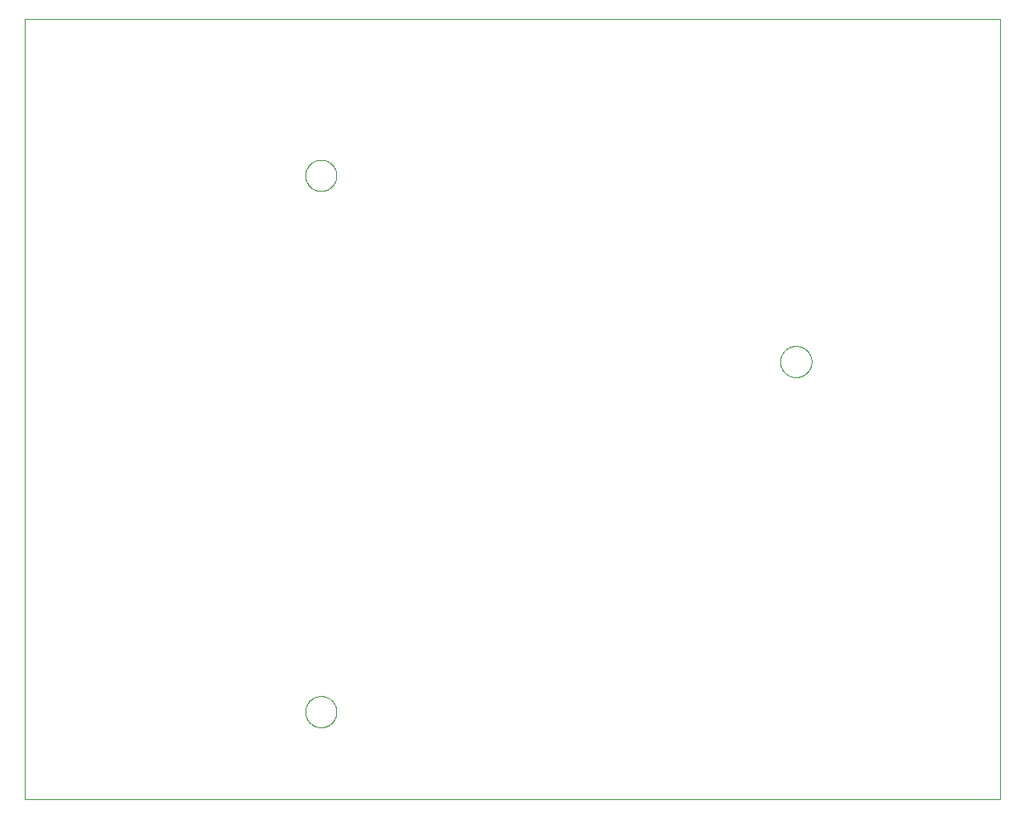
<source format=gbr>
G75*
%MOIN*%
%OFA0B0*%
%FSLAX25Y25*%
%IPPOS*%
%LPD*%
%AMOC8*
5,1,8,0,0,1.08239X$1,22.5*
%
%ADD10C,0.00000*%
D10*
X0003425Y0010423D02*
X0003425Y0325384D01*
X0397126Y0325384D01*
X0397126Y0010423D01*
X0003425Y0010423D01*
X0116811Y0045856D02*
X0116813Y0046014D01*
X0116819Y0046172D01*
X0116829Y0046330D01*
X0116843Y0046488D01*
X0116861Y0046645D01*
X0116882Y0046802D01*
X0116908Y0046958D01*
X0116938Y0047114D01*
X0116971Y0047269D01*
X0117009Y0047422D01*
X0117050Y0047575D01*
X0117095Y0047727D01*
X0117144Y0047878D01*
X0117197Y0048027D01*
X0117253Y0048175D01*
X0117313Y0048321D01*
X0117377Y0048466D01*
X0117445Y0048609D01*
X0117516Y0048751D01*
X0117590Y0048891D01*
X0117668Y0049028D01*
X0117750Y0049164D01*
X0117834Y0049298D01*
X0117923Y0049429D01*
X0118014Y0049558D01*
X0118109Y0049685D01*
X0118206Y0049810D01*
X0118307Y0049932D01*
X0118411Y0050051D01*
X0118518Y0050168D01*
X0118628Y0050282D01*
X0118741Y0050393D01*
X0118856Y0050502D01*
X0118974Y0050607D01*
X0119095Y0050709D01*
X0119218Y0050809D01*
X0119344Y0050905D01*
X0119472Y0050998D01*
X0119602Y0051088D01*
X0119735Y0051174D01*
X0119870Y0051258D01*
X0120006Y0051337D01*
X0120145Y0051414D01*
X0120286Y0051486D01*
X0120428Y0051556D01*
X0120572Y0051621D01*
X0120718Y0051683D01*
X0120865Y0051741D01*
X0121014Y0051796D01*
X0121164Y0051847D01*
X0121315Y0051894D01*
X0121467Y0051937D01*
X0121620Y0051976D01*
X0121775Y0052012D01*
X0121930Y0052043D01*
X0122086Y0052071D01*
X0122242Y0052095D01*
X0122399Y0052115D01*
X0122557Y0052131D01*
X0122714Y0052143D01*
X0122873Y0052151D01*
X0123031Y0052155D01*
X0123189Y0052155D01*
X0123347Y0052151D01*
X0123506Y0052143D01*
X0123663Y0052131D01*
X0123821Y0052115D01*
X0123978Y0052095D01*
X0124134Y0052071D01*
X0124290Y0052043D01*
X0124445Y0052012D01*
X0124600Y0051976D01*
X0124753Y0051937D01*
X0124905Y0051894D01*
X0125056Y0051847D01*
X0125206Y0051796D01*
X0125355Y0051741D01*
X0125502Y0051683D01*
X0125648Y0051621D01*
X0125792Y0051556D01*
X0125934Y0051486D01*
X0126075Y0051414D01*
X0126214Y0051337D01*
X0126350Y0051258D01*
X0126485Y0051174D01*
X0126618Y0051088D01*
X0126748Y0050998D01*
X0126876Y0050905D01*
X0127002Y0050809D01*
X0127125Y0050709D01*
X0127246Y0050607D01*
X0127364Y0050502D01*
X0127479Y0050393D01*
X0127592Y0050282D01*
X0127702Y0050168D01*
X0127809Y0050051D01*
X0127913Y0049932D01*
X0128014Y0049810D01*
X0128111Y0049685D01*
X0128206Y0049558D01*
X0128297Y0049429D01*
X0128386Y0049298D01*
X0128470Y0049164D01*
X0128552Y0049028D01*
X0128630Y0048891D01*
X0128704Y0048751D01*
X0128775Y0048609D01*
X0128843Y0048466D01*
X0128907Y0048321D01*
X0128967Y0048175D01*
X0129023Y0048027D01*
X0129076Y0047878D01*
X0129125Y0047727D01*
X0129170Y0047575D01*
X0129211Y0047422D01*
X0129249Y0047269D01*
X0129282Y0047114D01*
X0129312Y0046958D01*
X0129338Y0046802D01*
X0129359Y0046645D01*
X0129377Y0046488D01*
X0129391Y0046330D01*
X0129401Y0046172D01*
X0129407Y0046014D01*
X0129409Y0045856D01*
X0129407Y0045698D01*
X0129401Y0045540D01*
X0129391Y0045382D01*
X0129377Y0045224D01*
X0129359Y0045067D01*
X0129338Y0044910D01*
X0129312Y0044754D01*
X0129282Y0044598D01*
X0129249Y0044443D01*
X0129211Y0044290D01*
X0129170Y0044137D01*
X0129125Y0043985D01*
X0129076Y0043834D01*
X0129023Y0043685D01*
X0128967Y0043537D01*
X0128907Y0043391D01*
X0128843Y0043246D01*
X0128775Y0043103D01*
X0128704Y0042961D01*
X0128630Y0042821D01*
X0128552Y0042684D01*
X0128470Y0042548D01*
X0128386Y0042414D01*
X0128297Y0042283D01*
X0128206Y0042154D01*
X0128111Y0042027D01*
X0128014Y0041902D01*
X0127913Y0041780D01*
X0127809Y0041661D01*
X0127702Y0041544D01*
X0127592Y0041430D01*
X0127479Y0041319D01*
X0127364Y0041210D01*
X0127246Y0041105D01*
X0127125Y0041003D01*
X0127002Y0040903D01*
X0126876Y0040807D01*
X0126748Y0040714D01*
X0126618Y0040624D01*
X0126485Y0040538D01*
X0126350Y0040454D01*
X0126214Y0040375D01*
X0126075Y0040298D01*
X0125934Y0040226D01*
X0125792Y0040156D01*
X0125648Y0040091D01*
X0125502Y0040029D01*
X0125355Y0039971D01*
X0125206Y0039916D01*
X0125056Y0039865D01*
X0124905Y0039818D01*
X0124753Y0039775D01*
X0124600Y0039736D01*
X0124445Y0039700D01*
X0124290Y0039669D01*
X0124134Y0039641D01*
X0123978Y0039617D01*
X0123821Y0039597D01*
X0123663Y0039581D01*
X0123506Y0039569D01*
X0123347Y0039561D01*
X0123189Y0039557D01*
X0123031Y0039557D01*
X0122873Y0039561D01*
X0122714Y0039569D01*
X0122557Y0039581D01*
X0122399Y0039597D01*
X0122242Y0039617D01*
X0122086Y0039641D01*
X0121930Y0039669D01*
X0121775Y0039700D01*
X0121620Y0039736D01*
X0121467Y0039775D01*
X0121315Y0039818D01*
X0121164Y0039865D01*
X0121014Y0039916D01*
X0120865Y0039971D01*
X0120718Y0040029D01*
X0120572Y0040091D01*
X0120428Y0040156D01*
X0120286Y0040226D01*
X0120145Y0040298D01*
X0120006Y0040375D01*
X0119870Y0040454D01*
X0119735Y0040538D01*
X0119602Y0040624D01*
X0119472Y0040714D01*
X0119344Y0040807D01*
X0119218Y0040903D01*
X0119095Y0041003D01*
X0118974Y0041105D01*
X0118856Y0041210D01*
X0118741Y0041319D01*
X0118628Y0041430D01*
X0118518Y0041544D01*
X0118411Y0041661D01*
X0118307Y0041780D01*
X0118206Y0041902D01*
X0118109Y0042027D01*
X0118014Y0042154D01*
X0117923Y0042283D01*
X0117834Y0042414D01*
X0117750Y0042548D01*
X0117668Y0042684D01*
X0117590Y0042821D01*
X0117516Y0042961D01*
X0117445Y0043103D01*
X0117377Y0043246D01*
X0117313Y0043391D01*
X0117253Y0043537D01*
X0117197Y0043685D01*
X0117144Y0043834D01*
X0117095Y0043985D01*
X0117050Y0044137D01*
X0117009Y0044290D01*
X0116971Y0044443D01*
X0116938Y0044598D01*
X0116908Y0044754D01*
X0116882Y0044910D01*
X0116861Y0045067D01*
X0116843Y0045224D01*
X0116829Y0045382D01*
X0116819Y0045540D01*
X0116813Y0045698D01*
X0116811Y0045856D01*
X0308544Y0187195D02*
X0308546Y0187353D01*
X0308552Y0187511D01*
X0308562Y0187669D01*
X0308576Y0187827D01*
X0308594Y0187984D01*
X0308615Y0188141D01*
X0308641Y0188297D01*
X0308671Y0188453D01*
X0308704Y0188608D01*
X0308742Y0188761D01*
X0308783Y0188914D01*
X0308828Y0189066D01*
X0308877Y0189217D01*
X0308930Y0189366D01*
X0308986Y0189514D01*
X0309046Y0189660D01*
X0309110Y0189805D01*
X0309178Y0189948D01*
X0309249Y0190090D01*
X0309323Y0190230D01*
X0309401Y0190367D01*
X0309483Y0190503D01*
X0309567Y0190637D01*
X0309656Y0190768D01*
X0309747Y0190897D01*
X0309842Y0191024D01*
X0309939Y0191149D01*
X0310040Y0191271D01*
X0310144Y0191390D01*
X0310251Y0191507D01*
X0310361Y0191621D01*
X0310474Y0191732D01*
X0310589Y0191841D01*
X0310707Y0191946D01*
X0310828Y0192048D01*
X0310951Y0192148D01*
X0311077Y0192244D01*
X0311205Y0192337D01*
X0311335Y0192427D01*
X0311468Y0192513D01*
X0311603Y0192597D01*
X0311739Y0192676D01*
X0311878Y0192753D01*
X0312019Y0192825D01*
X0312161Y0192895D01*
X0312305Y0192960D01*
X0312451Y0193022D01*
X0312598Y0193080D01*
X0312747Y0193135D01*
X0312897Y0193186D01*
X0313048Y0193233D01*
X0313200Y0193276D01*
X0313353Y0193315D01*
X0313508Y0193351D01*
X0313663Y0193382D01*
X0313819Y0193410D01*
X0313975Y0193434D01*
X0314132Y0193454D01*
X0314290Y0193470D01*
X0314447Y0193482D01*
X0314606Y0193490D01*
X0314764Y0193494D01*
X0314922Y0193494D01*
X0315080Y0193490D01*
X0315239Y0193482D01*
X0315396Y0193470D01*
X0315554Y0193454D01*
X0315711Y0193434D01*
X0315867Y0193410D01*
X0316023Y0193382D01*
X0316178Y0193351D01*
X0316333Y0193315D01*
X0316486Y0193276D01*
X0316638Y0193233D01*
X0316789Y0193186D01*
X0316939Y0193135D01*
X0317088Y0193080D01*
X0317235Y0193022D01*
X0317381Y0192960D01*
X0317525Y0192895D01*
X0317667Y0192825D01*
X0317808Y0192753D01*
X0317947Y0192676D01*
X0318083Y0192597D01*
X0318218Y0192513D01*
X0318351Y0192427D01*
X0318481Y0192337D01*
X0318609Y0192244D01*
X0318735Y0192148D01*
X0318858Y0192048D01*
X0318979Y0191946D01*
X0319097Y0191841D01*
X0319212Y0191732D01*
X0319325Y0191621D01*
X0319435Y0191507D01*
X0319542Y0191390D01*
X0319646Y0191271D01*
X0319747Y0191149D01*
X0319844Y0191024D01*
X0319939Y0190897D01*
X0320030Y0190768D01*
X0320119Y0190637D01*
X0320203Y0190503D01*
X0320285Y0190367D01*
X0320363Y0190230D01*
X0320437Y0190090D01*
X0320508Y0189948D01*
X0320576Y0189805D01*
X0320640Y0189660D01*
X0320700Y0189514D01*
X0320756Y0189366D01*
X0320809Y0189217D01*
X0320858Y0189066D01*
X0320903Y0188914D01*
X0320944Y0188761D01*
X0320982Y0188608D01*
X0321015Y0188453D01*
X0321045Y0188297D01*
X0321071Y0188141D01*
X0321092Y0187984D01*
X0321110Y0187827D01*
X0321124Y0187669D01*
X0321134Y0187511D01*
X0321140Y0187353D01*
X0321142Y0187195D01*
X0321140Y0187037D01*
X0321134Y0186879D01*
X0321124Y0186721D01*
X0321110Y0186563D01*
X0321092Y0186406D01*
X0321071Y0186249D01*
X0321045Y0186093D01*
X0321015Y0185937D01*
X0320982Y0185782D01*
X0320944Y0185629D01*
X0320903Y0185476D01*
X0320858Y0185324D01*
X0320809Y0185173D01*
X0320756Y0185024D01*
X0320700Y0184876D01*
X0320640Y0184730D01*
X0320576Y0184585D01*
X0320508Y0184442D01*
X0320437Y0184300D01*
X0320363Y0184160D01*
X0320285Y0184023D01*
X0320203Y0183887D01*
X0320119Y0183753D01*
X0320030Y0183622D01*
X0319939Y0183493D01*
X0319844Y0183366D01*
X0319747Y0183241D01*
X0319646Y0183119D01*
X0319542Y0183000D01*
X0319435Y0182883D01*
X0319325Y0182769D01*
X0319212Y0182658D01*
X0319097Y0182549D01*
X0318979Y0182444D01*
X0318858Y0182342D01*
X0318735Y0182242D01*
X0318609Y0182146D01*
X0318481Y0182053D01*
X0318351Y0181963D01*
X0318218Y0181877D01*
X0318083Y0181793D01*
X0317947Y0181714D01*
X0317808Y0181637D01*
X0317667Y0181565D01*
X0317525Y0181495D01*
X0317381Y0181430D01*
X0317235Y0181368D01*
X0317088Y0181310D01*
X0316939Y0181255D01*
X0316789Y0181204D01*
X0316638Y0181157D01*
X0316486Y0181114D01*
X0316333Y0181075D01*
X0316178Y0181039D01*
X0316023Y0181008D01*
X0315867Y0180980D01*
X0315711Y0180956D01*
X0315554Y0180936D01*
X0315396Y0180920D01*
X0315239Y0180908D01*
X0315080Y0180900D01*
X0314922Y0180896D01*
X0314764Y0180896D01*
X0314606Y0180900D01*
X0314447Y0180908D01*
X0314290Y0180920D01*
X0314132Y0180936D01*
X0313975Y0180956D01*
X0313819Y0180980D01*
X0313663Y0181008D01*
X0313508Y0181039D01*
X0313353Y0181075D01*
X0313200Y0181114D01*
X0313048Y0181157D01*
X0312897Y0181204D01*
X0312747Y0181255D01*
X0312598Y0181310D01*
X0312451Y0181368D01*
X0312305Y0181430D01*
X0312161Y0181495D01*
X0312019Y0181565D01*
X0311878Y0181637D01*
X0311739Y0181714D01*
X0311603Y0181793D01*
X0311468Y0181877D01*
X0311335Y0181963D01*
X0311205Y0182053D01*
X0311077Y0182146D01*
X0310951Y0182242D01*
X0310828Y0182342D01*
X0310707Y0182444D01*
X0310589Y0182549D01*
X0310474Y0182658D01*
X0310361Y0182769D01*
X0310251Y0182883D01*
X0310144Y0183000D01*
X0310040Y0183119D01*
X0309939Y0183241D01*
X0309842Y0183366D01*
X0309747Y0183493D01*
X0309656Y0183622D01*
X0309567Y0183753D01*
X0309483Y0183887D01*
X0309401Y0184023D01*
X0309323Y0184160D01*
X0309249Y0184300D01*
X0309178Y0184442D01*
X0309110Y0184585D01*
X0309046Y0184730D01*
X0308986Y0184876D01*
X0308930Y0185024D01*
X0308877Y0185173D01*
X0308828Y0185324D01*
X0308783Y0185476D01*
X0308742Y0185629D01*
X0308704Y0185782D01*
X0308671Y0185937D01*
X0308641Y0186093D01*
X0308615Y0186249D01*
X0308594Y0186406D01*
X0308576Y0186563D01*
X0308562Y0186721D01*
X0308552Y0186879D01*
X0308546Y0187037D01*
X0308544Y0187195D01*
X0116811Y0262392D02*
X0116813Y0262550D01*
X0116819Y0262708D01*
X0116829Y0262866D01*
X0116843Y0263024D01*
X0116861Y0263181D01*
X0116882Y0263338D01*
X0116908Y0263494D01*
X0116938Y0263650D01*
X0116971Y0263805D01*
X0117009Y0263958D01*
X0117050Y0264111D01*
X0117095Y0264263D01*
X0117144Y0264414D01*
X0117197Y0264563D01*
X0117253Y0264711D01*
X0117313Y0264857D01*
X0117377Y0265002D01*
X0117445Y0265145D01*
X0117516Y0265287D01*
X0117590Y0265427D01*
X0117668Y0265564D01*
X0117750Y0265700D01*
X0117834Y0265834D01*
X0117923Y0265965D01*
X0118014Y0266094D01*
X0118109Y0266221D01*
X0118206Y0266346D01*
X0118307Y0266468D01*
X0118411Y0266587D01*
X0118518Y0266704D01*
X0118628Y0266818D01*
X0118741Y0266929D01*
X0118856Y0267038D01*
X0118974Y0267143D01*
X0119095Y0267245D01*
X0119218Y0267345D01*
X0119344Y0267441D01*
X0119472Y0267534D01*
X0119602Y0267624D01*
X0119735Y0267710D01*
X0119870Y0267794D01*
X0120006Y0267873D01*
X0120145Y0267950D01*
X0120286Y0268022D01*
X0120428Y0268092D01*
X0120572Y0268157D01*
X0120718Y0268219D01*
X0120865Y0268277D01*
X0121014Y0268332D01*
X0121164Y0268383D01*
X0121315Y0268430D01*
X0121467Y0268473D01*
X0121620Y0268512D01*
X0121775Y0268548D01*
X0121930Y0268579D01*
X0122086Y0268607D01*
X0122242Y0268631D01*
X0122399Y0268651D01*
X0122557Y0268667D01*
X0122714Y0268679D01*
X0122873Y0268687D01*
X0123031Y0268691D01*
X0123189Y0268691D01*
X0123347Y0268687D01*
X0123506Y0268679D01*
X0123663Y0268667D01*
X0123821Y0268651D01*
X0123978Y0268631D01*
X0124134Y0268607D01*
X0124290Y0268579D01*
X0124445Y0268548D01*
X0124600Y0268512D01*
X0124753Y0268473D01*
X0124905Y0268430D01*
X0125056Y0268383D01*
X0125206Y0268332D01*
X0125355Y0268277D01*
X0125502Y0268219D01*
X0125648Y0268157D01*
X0125792Y0268092D01*
X0125934Y0268022D01*
X0126075Y0267950D01*
X0126214Y0267873D01*
X0126350Y0267794D01*
X0126485Y0267710D01*
X0126618Y0267624D01*
X0126748Y0267534D01*
X0126876Y0267441D01*
X0127002Y0267345D01*
X0127125Y0267245D01*
X0127246Y0267143D01*
X0127364Y0267038D01*
X0127479Y0266929D01*
X0127592Y0266818D01*
X0127702Y0266704D01*
X0127809Y0266587D01*
X0127913Y0266468D01*
X0128014Y0266346D01*
X0128111Y0266221D01*
X0128206Y0266094D01*
X0128297Y0265965D01*
X0128386Y0265834D01*
X0128470Y0265700D01*
X0128552Y0265564D01*
X0128630Y0265427D01*
X0128704Y0265287D01*
X0128775Y0265145D01*
X0128843Y0265002D01*
X0128907Y0264857D01*
X0128967Y0264711D01*
X0129023Y0264563D01*
X0129076Y0264414D01*
X0129125Y0264263D01*
X0129170Y0264111D01*
X0129211Y0263958D01*
X0129249Y0263805D01*
X0129282Y0263650D01*
X0129312Y0263494D01*
X0129338Y0263338D01*
X0129359Y0263181D01*
X0129377Y0263024D01*
X0129391Y0262866D01*
X0129401Y0262708D01*
X0129407Y0262550D01*
X0129409Y0262392D01*
X0129407Y0262234D01*
X0129401Y0262076D01*
X0129391Y0261918D01*
X0129377Y0261760D01*
X0129359Y0261603D01*
X0129338Y0261446D01*
X0129312Y0261290D01*
X0129282Y0261134D01*
X0129249Y0260979D01*
X0129211Y0260826D01*
X0129170Y0260673D01*
X0129125Y0260521D01*
X0129076Y0260370D01*
X0129023Y0260221D01*
X0128967Y0260073D01*
X0128907Y0259927D01*
X0128843Y0259782D01*
X0128775Y0259639D01*
X0128704Y0259497D01*
X0128630Y0259357D01*
X0128552Y0259220D01*
X0128470Y0259084D01*
X0128386Y0258950D01*
X0128297Y0258819D01*
X0128206Y0258690D01*
X0128111Y0258563D01*
X0128014Y0258438D01*
X0127913Y0258316D01*
X0127809Y0258197D01*
X0127702Y0258080D01*
X0127592Y0257966D01*
X0127479Y0257855D01*
X0127364Y0257746D01*
X0127246Y0257641D01*
X0127125Y0257539D01*
X0127002Y0257439D01*
X0126876Y0257343D01*
X0126748Y0257250D01*
X0126618Y0257160D01*
X0126485Y0257074D01*
X0126350Y0256990D01*
X0126214Y0256911D01*
X0126075Y0256834D01*
X0125934Y0256762D01*
X0125792Y0256692D01*
X0125648Y0256627D01*
X0125502Y0256565D01*
X0125355Y0256507D01*
X0125206Y0256452D01*
X0125056Y0256401D01*
X0124905Y0256354D01*
X0124753Y0256311D01*
X0124600Y0256272D01*
X0124445Y0256236D01*
X0124290Y0256205D01*
X0124134Y0256177D01*
X0123978Y0256153D01*
X0123821Y0256133D01*
X0123663Y0256117D01*
X0123506Y0256105D01*
X0123347Y0256097D01*
X0123189Y0256093D01*
X0123031Y0256093D01*
X0122873Y0256097D01*
X0122714Y0256105D01*
X0122557Y0256117D01*
X0122399Y0256133D01*
X0122242Y0256153D01*
X0122086Y0256177D01*
X0121930Y0256205D01*
X0121775Y0256236D01*
X0121620Y0256272D01*
X0121467Y0256311D01*
X0121315Y0256354D01*
X0121164Y0256401D01*
X0121014Y0256452D01*
X0120865Y0256507D01*
X0120718Y0256565D01*
X0120572Y0256627D01*
X0120428Y0256692D01*
X0120286Y0256762D01*
X0120145Y0256834D01*
X0120006Y0256911D01*
X0119870Y0256990D01*
X0119735Y0257074D01*
X0119602Y0257160D01*
X0119472Y0257250D01*
X0119344Y0257343D01*
X0119218Y0257439D01*
X0119095Y0257539D01*
X0118974Y0257641D01*
X0118856Y0257746D01*
X0118741Y0257855D01*
X0118628Y0257966D01*
X0118518Y0258080D01*
X0118411Y0258197D01*
X0118307Y0258316D01*
X0118206Y0258438D01*
X0118109Y0258563D01*
X0118014Y0258690D01*
X0117923Y0258819D01*
X0117834Y0258950D01*
X0117750Y0259084D01*
X0117668Y0259220D01*
X0117590Y0259357D01*
X0117516Y0259497D01*
X0117445Y0259639D01*
X0117377Y0259782D01*
X0117313Y0259927D01*
X0117253Y0260073D01*
X0117197Y0260221D01*
X0117144Y0260370D01*
X0117095Y0260521D01*
X0117050Y0260673D01*
X0117009Y0260826D01*
X0116971Y0260979D01*
X0116938Y0261134D01*
X0116908Y0261290D01*
X0116882Y0261446D01*
X0116861Y0261603D01*
X0116843Y0261760D01*
X0116829Y0261918D01*
X0116819Y0262076D01*
X0116813Y0262234D01*
X0116811Y0262392D01*
M02*

</source>
